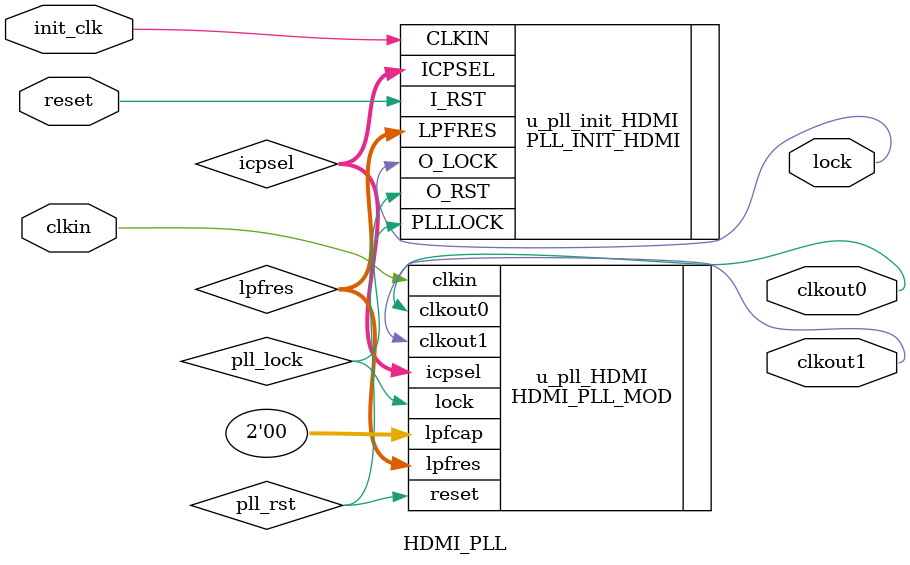
<source format=v>
module HDMI_PLL(
    clkin,
    init_clk,
    clkout0,
    clkout1,
    lock,
    reset
);


input clkin;
input init_clk;
output clkout0;
output clkout1;
output lock;
input reset;
wire [5:0] icpsel;
wire [2:0] lpfres;
wire pll_lock;
wire pll_rst;


    HDMI_PLL_MOD u_pll_HDMI(
        .clkout1(clkout1),
        .clkout0(clkout0),
        .lock(pll_lock),
        .clkin(clkin),
        .reset(pll_rst),
        .icpsel(icpsel),
        .lpfres(lpfres),
        .lpfcap(2'b00)
    );


    PLL_INIT_HDMI u_pll_init_HDMI(
        .CLKIN(init_clk),
        .I_RST(reset),
        .O_RST(pll_rst),
        .PLLLOCK(pll_lock),
        .O_LOCK(lock),
        .ICPSEL(icpsel),
        .LPFRES(lpfres)
    );
    defparam u_pll_init_HDMI.CLK_PERIOD = 20;
    defparam u_pll_init_HDMI.MULTI_FAC = 16;


endmodule

</source>
